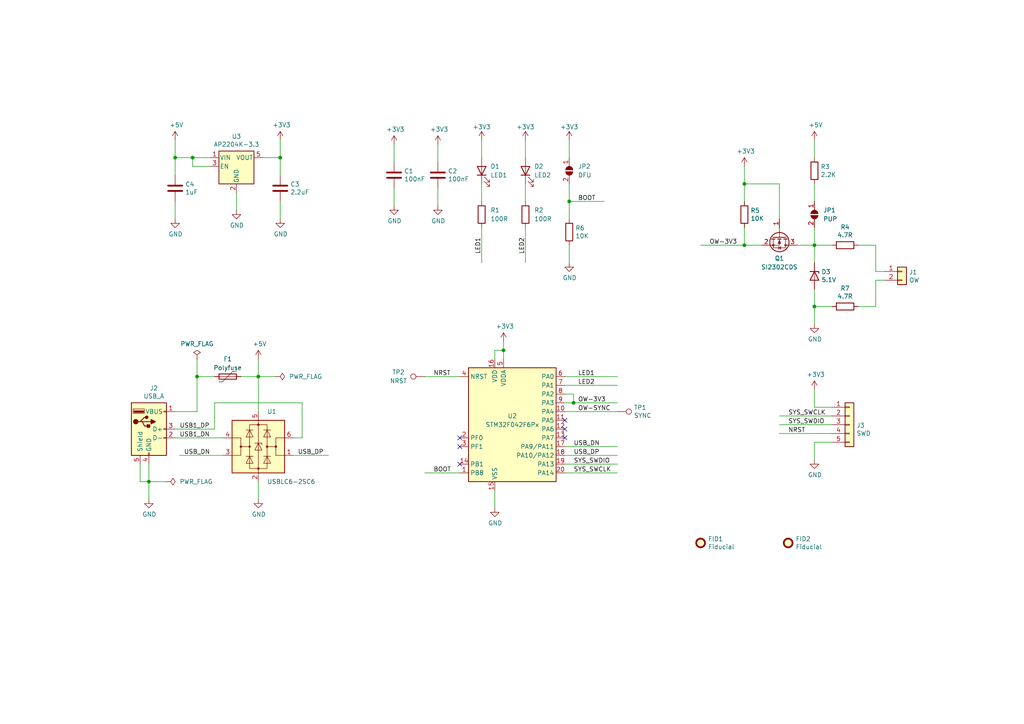
<source format=kicad_sch>
(kicad_sch (version 20210406) (generator eeschema)
  (paper "A4")
  (title_block (title "STM32 DS2480 USB Stick") (date "2019-04-09") (company "Ali Tekin"))
  (lib_symbols
    (symbol "Connector:TestPoint" (pin_numbers hide) (pin_names (offset 0.762) hide)
      (property "Reference" "TP" (at 0 6.858 0))
      (property "Value" "TestPoint" (at 0 5.08 0))
      (symbol "TestPoint_0_1"
        (circle (center 0 3.302) (radius 0.762))
      )
      (symbol "TestPoint_1_1"
        (pin passive line (at 0 0 90) (length 2.54) (name "1") (number "1"))
      )
    )
    (symbol "Connector:USB_A" (pin_names (offset 1.016))
      (property "Reference" "J" (at -5.08 11.43 0))
      (property "Value" "USB_A" (at -5.08 8.89 0))
      (symbol "USB_A_0_1"
        (circle (center -3.81 2.159) (radius 0.635) (stroke (width 0.254)) (fill (type outline)))
        (circle (center -0.635 3.429) (radius 0.381) (stroke (width 0.254)) (fill (type outline)))
        (rectangle (start -1.27 4.572) (end -4.572 5.842))
        (rectangle (start -0.127 -7.62) (end 0.127 -6.858))
        (rectangle (start 5.08 -2.667) (end 4.318 -2.413))
        (rectangle (start 5.08 -0.127) (end 4.318 0.127))
        (rectangle (start 5.08 4.953) (end 4.318 5.207))
        (rectangle (start -1.524 4.826) (end -4.318 5.334) (fill (type outline)))
        (rectangle (start 0.254 1.27) (end -0.508 0.508) (stroke (width 0.254)) (fill (type outline)))
        (rectangle (start -5.08 -7.62) (end 5.08 7.62) (stroke (width 0.254)) (fill (type background)))
        (polyline (pts (xy -3.175 2.159) (xy -2.54 2.159) (xy -1.27 3.429) (xy -0.635 3.429)) (stroke (width 0.254)))
        (polyline (pts (xy -2.54 2.159) (xy -1.905 2.159) (xy -1.27 0.889) (xy 0 0.889)) (stroke (width 0.254)))
        (polyline (pts (xy 0.635 2.794) (xy 0.635 1.524) (xy 1.905 2.159) (xy 0.635 2.794)) (stroke (width 0.254)) (fill (type outline)))
      )
      (symbol "USB_A_1_1"
        (polyline (pts (xy -1.905 2.159) (xy 0.635 2.159)) (stroke (width 0.254)))
        (pin power_in line (at 7.62 5.08 180) (length 2.54) (name "VBUS") (number "1"))
        (pin bidirectional line (at 7.62 -2.54 180) (length 2.54) (name "D-") (number "2"))
        (pin bidirectional line (at 7.62 0 180) (length 2.54) (name "D+") (number "3"))
        (pin power_in line (at 0 -10.16 90) (length 2.54) (name "GND") (number "4"))
        (pin passive line (at -2.54 -10.16 90) (length 2.54) (name "Shield") (number "5"))
      )
    )
    (symbol "Connector_Generic:Conn_01x02" (pin_names (offset 1.016) hide)
      (property "Reference" "J" (at 0 2.54 0))
      (property "Value" "Conn_01x02" (at 0 -5.08 0))
      (symbol "Conn_01x02_1_1"
        (rectangle (start -1.27 -2.413) (end 0 -2.667) (stroke (width 0.1524)))
        (rectangle (start -1.27 0.127) (end 0 -0.127) (stroke (width 0.1524)))
        (rectangle (start -1.27 1.27) (end 1.27 -3.81) (stroke (width 0.254)) (fill (type background)))
        (pin passive line (at -5.08 0 0) (length 3.81) (name "Pin_1") (number "1"))
        (pin passive line (at -5.08 -2.54 0) (length 3.81) (name "Pin_2") (number "2"))
      )
    )
    (symbol "Connector_Generic:Conn_01x05" (pin_names (offset 1.016) hide)
      (property "Reference" "J" (at 0 7.62 0))
      (property "Value" "Conn_01x05" (at 0 -7.62 0))
      (symbol "Conn_01x05_1_1"
        (rectangle (start -1.27 -4.953) (end 0 -5.207) (stroke (width 0.1524)))
        (rectangle (start -1.27 -2.413) (end 0 -2.667) (stroke (width 0.1524)))
        (rectangle (start -1.27 0.127) (end 0 -0.127) (stroke (width 0.1524)))
        (rectangle (start -1.27 2.667) (end 0 2.413) (stroke (width 0.1524)))
        (rectangle (start -1.27 5.207) (end 0 4.953) (stroke (width 0.1524)))
        (rectangle (start -1.27 6.35) (end 1.27 -6.35) (stroke (width 0.254)) (fill (type background)))
        (pin passive line (at -5.08 5.08 0) (length 3.81) (name "Pin_1") (number "1"))
        (pin passive line (at -5.08 2.54 0) (length 3.81) (name "Pin_2") (number "2"))
        (pin passive line (at -5.08 0 0) (length 3.81) (name "Pin_3") (number "3"))
        (pin passive line (at -5.08 -2.54 0) (length 3.81) (name "Pin_4") (number "4"))
        (pin passive line (at -5.08 -5.08 0) (length 3.81) (name "Pin_5") (number "5"))
      )
    )
    (symbol "Device:C" (pin_numbers hide) (pin_names (offset 0.254))
      (property "Reference" "C" (at 0.635 2.54 0))
      (property "Value" "C" (at 0.635 -2.54 0))
      (symbol "C_0_1"
        (polyline (pts (xy -2.032 -0.762) (xy 2.032 -0.762)) (stroke (width 0.508)))
        (polyline (pts (xy -2.032 0.762) (xy 2.032 0.762)) (stroke (width 0.508)))
      )
      (symbol "C_1_1"
        (pin passive line (at 0 3.81 270) (length 2.794) (name "~") (number "1"))
        (pin passive line (at 0 -3.81 90) (length 2.794) (name "~") (number "2"))
      )
    )
    (symbol "Device:D_Zener" (pin_numbers hide) (pin_names (offset 1.016) hide)
      (property "Reference" "D" (at 0 2.54 0))
      (property "Value" "D_Zener" (at 0 -2.54 0))
      (symbol "D_Zener_0_1"
        (polyline (pts (xy 1.27 0) (xy -1.27 0)))
        (polyline (pts (xy -1.27 -1.27) (xy -1.27 1.27) (xy -0.762 1.27)) (stroke (width 0.254)))
        (polyline (pts (xy 1.27 -1.27) (xy 1.27 1.27) (xy -1.27 0) (xy 1.27 -1.27)) (stroke (width 0.254)))
      )
      (symbol "D_Zener_1_1"
        (pin passive line (at -3.81 0 0) (length 2.54) (name "K") (number "1"))
        (pin passive line (at 3.81 0 180) (length 2.54) (name "A") (number "2"))
      )
    )
    (symbol "Device:LED" (pin_numbers hide) (pin_names (offset 1.016) hide)
      (property "Reference" "D" (at 0 2.54 0))
      (property "Value" "LED" (at 0 -2.54 0))
      (symbol "LED_0_1"
        (polyline (pts (xy -1.27 -1.27) (xy -1.27 1.27)) (stroke (width 0.254)))
        (polyline (pts (xy -1.27 0) (xy 1.27 0)))
        (polyline (pts (xy 1.27 -1.27) (xy 1.27 1.27) (xy -1.27 0) (xy 1.27 -1.27)) (stroke (width 0.254)))
        (polyline (pts (xy -3.048 -0.762) (xy -4.572 -2.286) (xy -3.81 -2.286) (xy -4.572 -2.286) (xy -4.572 -1.524)))
        (polyline (pts (xy -1.778 -0.762) (xy -3.302 -2.286) (xy -2.54 -2.286) (xy -3.302 -2.286) (xy -3.302 -1.524)))
      )
      (symbol "LED_1_1"
        (pin passive line (at -3.81 0 0) (length 2.54) (name "K") (number "1"))
        (pin passive line (at 3.81 0 180) (length 2.54) (name "A") (number "2"))
      )
    )
    (symbol "Device:Polyfuse" (pin_numbers hide) (pin_names (offset 0))
      (property "Reference" "F" (at -2.54 0 90))
      (property "Value" "Polyfuse" (at 2.54 0 90))
      (symbol "Polyfuse_0_1"
        (rectangle (start -0.762 2.54) (end 0.762 -2.54) (stroke (width 0.254)))
        (polyline (pts (xy 0 2.54) (xy 0 -2.54)))
        (polyline (pts (xy -1.524 2.54) (xy -1.524 1.524) (xy 1.524 -1.524) (xy 1.524 -2.54)))
      )
      (symbol "Polyfuse_1_1"
        (pin passive line (at 0 3.81 270) (length 1.27) (name "~") (number "1"))
        (pin passive line (at 0 -3.81 90) (length 1.27) (name "~") (number "2"))
      )
    )
    (symbol "Device:Q_NMOS_GSD" (pin_names (offset 0) hide)
      (property "Reference" "Q" (at 5.08 1.27 0))
      (property "Value" "Q_NMOS_GSD" (at 5.08 -1.27 0))
      (symbol "Q_NMOS_GSD_0_1"
        (circle (center 1.651 0) (radius 2.794) (stroke (width 0.254)))
        (circle (center 2.54 -1.778) (radius 0.254) (fill (type outline)))
        (circle (center 2.54 1.778) (radius 0.254) (fill (type outline)))
        (polyline (pts (xy 0.254 0) (xy -2.54 0)))
        (polyline (pts (xy 0.254 1.905) (xy 0.254 -1.905)) (stroke (width 0.254)))
        (polyline (pts (xy 0.762 -1.27) (xy 0.762 -2.286)) (stroke (width 0.254)))
        (polyline (pts (xy 0.762 0.508) (xy 0.762 -0.508)) (stroke (width 0.254)))
        (polyline (pts (xy 0.762 2.286) (xy 0.762 1.27)) (stroke (width 0.254)))
        (polyline (pts (xy 2.54 2.54) (xy 2.54 1.778)))
        (polyline (pts (xy 2.54 -2.54) (xy 2.54 0) (xy 0.762 0)))
        (polyline (pts (xy 0.762 -1.778) (xy 3.302 -1.778) (xy 3.302 1.778) (xy 0.762 1.778)))
        (polyline (pts (xy 2.794 0.508) (xy 2.921 0.381) (xy 3.683 0.381) (xy 3.81 0.254)))
        (polyline (pts (xy 3.302 0.381) (xy 2.921 -0.254) (xy 3.683 -0.254) (xy 3.302 0.381)))
        (polyline (pts (xy 1.016 0) (xy 2.032 0.381) (xy 2.032 -0.381) (xy 1.016 0)) (fill (type outline)))
      )
      (symbol "Q_NMOS_GSD_1_1"
        (pin input line (at -5.08 0 0) (length 2.54) (name "G") (number "1"))
        (pin passive line (at 2.54 -5.08 90) (length 2.54) (name "S") (number "2"))
        (pin passive line (at 2.54 5.08 270) (length 2.54) (name "D") (number "3"))
      )
    )
    (symbol "Device:R" (pin_numbers hide) (pin_names (offset 0))
      (property "Reference" "R" (at 2.032 0 90))
      (property "Value" "R" (at 0 0 90))
      (symbol "R_0_1"
        (rectangle (start -1.016 -2.54) (end 1.016 2.54) (stroke (width 0.254)))
      )
      (symbol "R_1_1"
        (pin passive line (at 0 3.81 270) (length 1.27) (name "~") (number "1"))
        (pin passive line (at 0 -3.81 90) (length 1.27) (name "~") (number "2"))
      )
    )
    (symbol "Jumper:SolderJumper_2_Open" (pin_names (offset 0) hide)
      (property "Reference" "JP" (at 0 2.032 0))
      (property "Value" "SolderJumper_2_Open" (at 0 -2.54 0))
      (symbol "SolderJumper_2_Open_0_1"
        (arc (start -0.254 1.016) (end -0.254 -1.016) (radius (at -0.254 0) (length 1.016) (angles 90.1 -90.1)))
        (arc (start 0.254 -1.016) (end 0.254 1.016) (radius (at 0.254 0) (length 1.016) (angles -89.9 89.9)))
        (arc (start -0.254 1.016) (end -0.254 -1.016) (radius (at -0.254 0) (length 1.016) (angles 90.1 -90.1)) (fill (type outline)))
        (arc (start 0.254 -1.016) (end 0.254 1.016) (radius (at 0.254 0) (length 1.016) (angles -89.9 89.9)) (fill (type outline)))
        (polyline (pts (xy -0.254 1.016) (xy -0.254 -1.016)))
        (polyline (pts (xy 0.254 1.016) (xy 0.254 -1.016)))
      )
      (symbol "SolderJumper_2_Open_1_1"
        (pin passive line (at -3.81 0 0) (length 2.54) (name "A") (number "1"))
        (pin passive line (at 3.81 0 180) (length 2.54) (name "B") (number "2"))
      )
    )
    (symbol "MCU_ST_STM32F0:STM32F042F6Px"
      (property "Reference" "U" (at -12.7 16.51 0))
      (property "Value" "STM32F042F6Px" (at 0 16.51 0))
      (symbol "STM32F042F6Px_0_1"
        (rectangle (start -12.7 -17.78) (end 12.7 15.24) (stroke (width 0.254)) (fill (type background)))
      )
      (symbol "STM32F042F6Px_1_1"
        (pin bidirectional line (at -15.24 -15.24 0) (length 2.54) (name "PB8") (number "1"))
        (pin bidirectional line (at 15.24 2.54 180) (length 2.54) (name "PA4") (number "10"))
        (pin bidirectional line (at 15.24 0 180) (length 2.54) (name "PA5") (number "11"))
        (pin bidirectional line (at 15.24 -2.54 180) (length 2.54) (name "PA6") (number "12"))
        (pin bidirectional line (at 15.24 -5.08 180) (length 2.54) (name "PA7") (number "13"))
        (pin bidirectional line (at -15.24 -12.7 0) (length 2.54) (name "PB1") (number "14"))
        (pin power_in line (at -5.08 -20.32 90) (length 2.54) (name "VSS") (number "15"))
        (pin power_in line (at -5.08 17.78 270) (length 2.54) (name "VDD") (number "16"))
        (pin bidirectional line (at 15.24 -7.62 180) (length 2.54) (name "PA9/PA11") (number "17"))
        (pin bidirectional line (at 15.24 -10.16 180) (length 2.54) (name "PA10/PA12") (number "18"))
        (pin bidirectional line (at 15.24 -12.7 180) (length 2.54) (name "PA13") (number "19"))
        (pin input line (at -15.24 -5.08 0) (length 2.54) (name "PF0") (number "2"))
        (pin bidirectional line (at 15.24 -15.24 180) (length 2.54) (name "PA14") (number "20"))
        (pin input line (at -15.24 -7.62 0) (length 2.54) (name "PF1") (number "3"))
        (pin input line (at -15.24 12.7 0) (length 2.54) (name "NRST") (number "4"))
        (pin power_in line (at -2.54 17.78 270) (length 2.54) (name "VDDA") (number "5"))
        (pin bidirectional line (at 15.24 12.7 180) (length 2.54) (name "PA0") (number "6"))
        (pin bidirectional line (at 15.24 10.16 180) (length 2.54) (name "PA1") (number "7"))
        (pin bidirectional line (at 15.24 7.62 180) (length 2.54) (name "PA2") (number "8"))
        (pin bidirectional line (at 15.24 5.08 180) (length 2.54) (name "PA3") (number "9"))
      )
    )
    (symbol "Mechanical:Fiducial"
      (property "Reference" "FID" (at 0 5.08 0))
      (property "Value" "Fiducial" (at 0 3.175 0))
      (symbol "Fiducial_0_1"
        (circle (center 0 0) (radius 1.27) (stroke (width 0.508)) (fill (type background)))
      )
    )
    (symbol "Power_Protection:USBLC6-2SC6" (pin_names hide)
      (property "Reference" "U" (at 2.54 8.89 0))
      (property "Value" "USBLC6-2SC6" (at 2.54 -8.89 0))
      (symbol "USBLC6-2SC6_0_1"
        (circle (center -5.08 0) (radius 0.254) (fill (type outline)))
        (circle (center -2.54 0) (radius 0.254) (fill (type outline)))
        (circle (center 0 -6.35) (radius 0.254) (fill (type outline)))
        (circle (center 0 6.35) (radius 0.254) (fill (type outline)))
        (circle (center 2.54 0) (radius 0.254) (fill (type outline)))
        (circle (center 5.08 0) (radius 0.254) (fill (type outline)))
        (rectangle (start -2.54 6.35) (end 2.54 -6.35))
        (rectangle (start -7.62 -7.62) (end 7.62 7.62) (stroke (width 0.254)) (fill (type background)))
        (polyline (pts (xy -5.08 -2.54) (xy -7.62 -2.54)))
        (polyline (pts (xy -5.08 0) (xy -5.08 -2.54)))
        (polyline (pts (xy -5.08 2.54) (xy -7.62 2.54)))
        (polyline (pts (xy -1.524 -2.794) (xy -3.556 -2.794)))
        (polyline (pts (xy -1.524 4.826) (xy -3.556 4.826)))
        (polyline (pts (xy 0 -7.62) (xy 0 -6.35)))
        (polyline (pts (xy 0 -6.35) (xy 0 1.27)))
        (polyline (pts (xy 0 1.27) (xy 0 6.35)))
        (polyline (pts (xy 0 6.35) (xy 0 7.62)))
        (polyline (pts (xy 1.524 -2.794) (xy 3.556 -2.794)))
        (polyline (pts (xy 1.524 4.826) (xy 3.556 4.826)))
        (polyline (pts (xy 5.08 -2.54) (xy 7.62 -2.54)))
        (polyline (pts (xy 5.08 0) (xy 5.08 -2.54)))
        (polyline (pts (xy 5.08 2.54) (xy 7.62 2.54)))
        (polyline (pts (xy -2.54 0) (xy -5.08 0) (xy -5.08 2.54)))
        (polyline (pts (xy 2.54 0) (xy 5.08 0) (xy 5.08 2.54)))
        (polyline (pts (xy -3.556 -4.826) (xy -1.524 -4.826) (xy -2.54 -2.794) (xy -3.556 -4.826)))
        (polyline (pts (xy -3.556 2.794) (xy -1.524 2.794) (xy -2.54 4.826) (xy -3.556 2.794)))
        (polyline (pts (xy -1.016 -1.016) (xy 1.016 -1.016) (xy 0 1.016) (xy -1.016 -1.016)))
        (polyline (pts (xy 1.016 1.016) (xy 0.762 1.016) (xy -1.016 1.016) (xy -1.016 0.508)))
        (polyline (pts (xy 3.556 -4.826) (xy 1.524 -4.826) (xy 2.54 -2.794) (xy 3.556 -4.826)))
        (polyline (pts (xy 3.556 2.794) (xy 1.524 2.794) (xy 2.54 4.826) (xy 3.556 2.794)))
      )
      (symbol "USBLC6-2SC6_1_1"
        (pin passive line (at -10.16 -2.54 0) (length 2.54) (name "I/O1") (number "1"))
        (pin passive line (at 0 -10.16 90) (length 2.54) (name "GND") (number "2"))
        (pin passive line (at 10.16 -2.54 180) (length 2.54) (name "I/O2") (number "3"))
        (pin passive line (at 10.16 2.54 180) (length 2.54) (name "I/O2") (number "4"))
        (pin passive line (at 0 10.16 270) (length 2.54) (name "VBUS") (number "5"))
        (pin passive line (at -10.16 2.54 0) (length 2.54) (name "I/O1") (number "6"))
      )
    )
    (symbol "Regulator_Linear:AP2204K-3.3" (pin_names (offset 0.254))
      (property "Reference" "U" (at -5.08 5.715 0))
      (property "Value" "AP2204K-3.3" (at 0 5.715 0))
      (symbol "AP2204K-3.3_0_1"
        (rectangle (start -5.08 4.445) (end 5.08 -5.08) (stroke (width 0.254)) (fill (type background)))
      )
      (symbol "AP2204K-3.3_1_1"
        (pin power_in line (at -7.62 2.54 0) (length 2.54) (name "VIN") (number "1"))
        (pin power_in line (at 0 -7.62 90) (length 2.54) (name "GND") (number "2"))
        (pin input line (at -7.62 0 0) (length 2.54) (name "EN") (number "3"))
        (pin no_connect line (at 5.08 0 180) (length 2.54) hide (name "NC") (number "4"))
        (pin power_out line (at 7.62 2.54 180) (length 2.54) (name "VOUT") (number "5"))
      )
    )
    (symbol "power:+3.3V" (power) (pin_names (offset 0))
      (property "Value" "+3.3V" (at 0 3.556 0))
      (symbol "+3.3V_0_1"
        (polyline (pts (xy -0.762 1.27) (xy 0 2.54)))
        (polyline (pts (xy 0 0) (xy 0 2.54)))
        (polyline (pts (xy 0 2.54) (xy 0.762 1.27)))
      )
      (symbol "+3.3V_1_1"
        (pin power_in line (at 0 0 90) (length 0) hide (name "+3V3") (number "1"))
      )
    )
    (symbol "power:+3V3" (power) (pin_names (offset 0))
      (property "Value" "+3V3" (at 0 3.556 0))
      (symbol "+3V3_0_1"
        (polyline (pts (xy -0.762 1.27) (xy 0 2.54)))
        (polyline (pts (xy 0 0) (xy 0 2.54)))
        (polyline (pts (xy 0 2.54) (xy 0.762 1.27)))
      )
      (symbol "+3V3_1_1"
        (pin power_in line (at 0 0 90) (length 0) hide (name "+3V3") (number "1"))
      )
    )
    (symbol "power:+5V" (power) (pin_names (offset 0))
      (property "Value" "+5V" (at 0 3.556 0))
      (symbol "+5V_0_1"
        (polyline (pts (xy -0.762 1.27) (xy 0 2.54)))
        (polyline (pts (xy 0 0) (xy 0 2.54)))
        (polyline (pts (xy 0 2.54) (xy 0.762 1.27)))
      )
      (symbol "+5V_1_1"
        (pin power_in line (at 0 0 90) (length 0) hide (name "+5V") (number "1"))
      )
    )
    (symbol "power:GND" (power) (pin_names (offset 0))
      (property "Value" "GND" (at 0 -3.81 0))
      (symbol "GND_0_1"
        (polyline (pts (xy 0 0) (xy 0 -1.27) (xy 1.27 -1.27) (xy 0 -2.54) (xy -1.27 -1.27) (xy 0 -1.27)))
      )
      (symbol "GND_1_1"
        (pin power_in line (at 0 0 270) (length 0) hide (name "GND") (number "1"))
      )
    )
    (symbol "power:PWR_FLAG" (power) (pin_numbers hide) (pin_names (offset 0) hide)
      (property "Value" "PWR_FLAG" (at 0 3.81 0))
      (symbol "PWR_FLAG_0_0"
        (pin power_out line (at 0 0 90) (length 0) (name "pwr") (number "1"))
      )
      (symbol "PWR_FLAG_0_1"
        (polyline (pts (xy 0 0) (xy 0 1.27) (xy -1.016 1.905) (xy 0 2.54) (xy 1.016 1.905) (xy 0 1.27)))
      )
    )
  )
  (junction (at 43.18 139.7) (diameter 0.9144))
  (junction (at 50.8 45.72) (diameter 0.9144))
  (junction (at 55.88 45.72) (diameter 0.9144))
  (junction (at 57.15 109.22) (diameter 0.9144))
  (junction (at 74.93 109.22) (diameter 0.9144))
  (junction (at 81.28 45.72) (diameter 0.9144))
  (junction (at 146.05 101.6) (diameter 0.9144))
  (junction (at 165.1 58.42) (diameter 0.9144))
  (junction (at 166.37 116.84) (diameter 0.9144))
  (junction (at 215.9 53.34) (diameter 0.9144))
  (junction (at 215.9 71.12) (diameter 0.9144))
  (junction (at 236.22 71.12) (diameter 0.9144))
  (junction (at 236.22 88.9) (diameter 0.9144))
  (no_connect (at 133.35 127))
  (no_connect (at 133.35 129.54))
  (no_connect (at 133.35 134.62))
  (no_connect (at 163.83 121.92))
  (no_connect (at 163.83 124.46))
  (no_connect (at 163.83 127))
  (wire (pts (xy 40.64 139.7) (xy 40.64 134.62)))
  (wire (pts (xy 43.18 134.62) (xy 43.18 139.7)))
  (wire (pts (xy 43.18 139.7) (xy 40.64 139.7)))
  (wire (pts (xy 43.18 139.7) (xy 43.18 144.78)))
  (wire (pts (xy 48.26 139.7) (xy 43.18 139.7)))
  (wire (pts (xy 50.8 45.72) (xy 50.8 40.64)))
  (wire (pts (xy 50.8 50.8) (xy 50.8 45.72)))
  (wire (pts (xy 50.8 58.42) (xy 50.8 63.5)))
  (wire (pts (xy 50.8 119.38) (xy 57.15 119.38)))
  (wire (pts (xy 50.8 124.46) (xy 62.23 124.46)))
  (wire (pts (xy 50.8 127) (xy 64.77 127)))
  (wire (pts (xy 52.07 132.08) (xy 64.77 132.08)))
  (wire (pts (xy 55.88 45.72) (xy 50.8 45.72)))
  (wire (pts (xy 55.88 45.72) (xy 55.88 48.26)))
  (wire (pts (xy 55.88 48.26) (xy 60.96 48.26)))
  (wire (pts (xy 57.15 109.22) (xy 57.15 104.14)))
  (wire (pts (xy 57.15 109.22) (xy 62.23 109.22)))
  (wire (pts (xy 57.15 119.38) (xy 57.15 109.22)))
  (wire (pts (xy 60.96 45.72) (xy 55.88 45.72)))
  (wire (pts (xy 62.23 116.84) (xy 87.63 116.84)))
  (wire (pts (xy 62.23 124.46) (xy 62.23 116.84)))
  (wire (pts (xy 68.58 55.88) (xy 68.58 60.96)))
  (wire (pts (xy 69.85 109.22) (xy 74.93 109.22)))
  (wire (pts (xy 74.93 104.14) (xy 74.93 109.22)))
  (wire (pts (xy 74.93 109.22) (xy 74.93 119.38)))
  (wire (pts (xy 74.93 139.7) (xy 74.93 144.78)))
  (wire (pts (xy 80.01 109.22) (xy 74.93 109.22)))
  (wire (pts (xy 81.28 45.72) (xy 76.2 45.72)))
  (wire (pts (xy 81.28 45.72) (xy 81.28 40.64)))
  (wire (pts (xy 81.28 50.8) (xy 81.28 45.72)))
  (wire (pts (xy 81.28 58.42) (xy 81.28 63.5)))
  (wire (pts (xy 85.09 127) (xy 87.63 127)))
  (wire (pts (xy 87.63 116.84) (xy 87.63 127)))
  (wire (pts (xy 95.25 132.08) (xy 85.09 132.08)))
  (wire (pts (xy 114.3 41.91) (xy 114.3 46.99)))
  (wire (pts (xy 114.3 54.61) (xy 114.3 59.69)))
  (wire (pts (xy 127 41.91) (xy 127 46.99)))
  (wire (pts (xy 127 54.61) (xy 127 59.69)))
  (wire (pts (xy 133.35 109.22) (xy 123.19 109.22)))
  (wire (pts (xy 133.35 137.16) (xy 123.19 137.16)))
  (wire (pts (xy 139.7 45.72) (xy 139.7 40.64)))
  (wire (pts (xy 139.7 58.42) (xy 139.7 53.34)))
  (wire (pts (xy 139.7 66.04) (xy 139.7 76.2)))
  (wire (pts (xy 143.51 101.6) (xy 146.05 101.6)))
  (wire (pts (xy 143.51 104.14) (xy 143.51 101.6)))
  (wire (pts (xy 143.51 142.24) (xy 143.51 147.32)))
  (wire (pts (xy 146.05 101.6) (xy 146.05 99.06)))
  (wire (pts (xy 146.05 101.6) (xy 146.05 104.14)))
  (wire (pts (xy 152.4 45.72) (xy 152.4 40.64)))
  (wire (pts (xy 152.4 58.42) (xy 152.4 53.34)))
  (wire (pts (xy 152.4 66.04) (xy 152.4 76.2)))
  (wire (pts (xy 163.83 109.22) (xy 179.07 109.22)))
  (wire (pts (xy 163.83 111.76) (xy 179.07 111.76)))
  (wire (pts (xy 163.83 114.3) (xy 166.37 114.3)))
  (wire (pts (xy 163.83 116.84) (xy 166.37 116.84)))
  (wire (pts (xy 163.83 119.38) (xy 179.07 119.38)))
  (wire (pts (xy 163.83 129.54) (xy 179.07 129.54)))
  (wire (pts (xy 163.83 132.08) (xy 179.07 132.08)))
  (wire (pts (xy 163.83 134.62) (xy 179.07 134.62)))
  (wire (pts (xy 163.83 137.16) (xy 179.07 137.16)))
  (wire (pts (xy 165.1 45.72) (xy 165.1 40.64)))
  (wire (pts (xy 165.1 53.34) (xy 165.1 58.42)))
  (wire (pts (xy 165.1 58.42) (xy 165.1 63.5)))
  (wire (pts (xy 165.1 71.12) (xy 165.1 76.2)))
  (wire (pts (xy 166.37 114.3) (xy 166.37 116.84)))
  (wire (pts (xy 166.37 116.84) (xy 179.07 116.84)))
  (wire (pts (xy 175.26 58.42) (xy 165.1 58.42)))
  (wire (pts (xy 215.9 53.34) (xy 215.9 48.26)))
  (wire (pts (xy 215.9 53.34) (xy 215.9 58.42)))
  (wire (pts (xy 215.9 71.12) (xy 203.2 71.12)))
  (wire (pts (xy 215.9 71.12) (xy 215.9 66.04)))
  (wire (pts (xy 220.98 71.12) (xy 215.9 71.12)))
  (wire (pts (xy 226.06 53.34) (xy 215.9 53.34)))
  (wire (pts (xy 226.06 63.5) (xy 226.06 53.34)))
  (wire (pts (xy 231.14 71.12) (xy 236.22 71.12)))
  (wire (pts (xy 236.22 45.72) (xy 236.22 40.64)))
  (wire (pts (xy 236.22 53.34) (xy 236.22 58.42)))
  (wire (pts (xy 236.22 66.04) (xy 236.22 71.12)))
  (wire (pts (xy 236.22 71.12) (xy 236.22 76.2)))
  (wire (pts (xy 236.22 83.82) (xy 236.22 88.9)))
  (wire (pts (xy 236.22 88.9) (xy 236.22 93.98)))
  (wire (pts (xy 236.22 118.11) (xy 236.22 113.03)))
  (wire (pts (xy 236.22 128.27) (xy 236.22 133.35)))
  (wire (pts (xy 241.3 71.12) (xy 236.22 71.12)))
  (wire (pts (xy 241.3 88.9) (xy 236.22 88.9)))
  (wire (pts (xy 241.3 118.11) (xy 236.22 118.11)))
  (wire (pts (xy 241.3 120.65) (xy 226.06 120.65)))
  (wire (pts (xy 241.3 123.19) (xy 226.06 123.19)))
  (wire (pts (xy 241.3 125.73) (xy 226.06 125.73)))
  (wire (pts (xy 241.3 128.27) (xy 236.22 128.27)))
  (wire (pts (xy 254 71.12) (xy 248.92 71.12)))
  (wire (pts (xy 254 78.74) (xy 254 71.12)))
  (wire (pts (xy 254 78.74) (xy 256.54 78.74)))
  (wire (pts (xy 254 81.28) (xy 254 88.9)))
  (wire (pts (xy 254 81.28) (xy 256.54 81.28)))
  (wire (pts (xy 254 88.9) (xy 248.92 88.9)))
  (label "USB1_DP" (at 52.07 124.46 0))
  (label "USB1_DN" (at 52.07 127 0))
  (label "USB_DN" (at 53.34 132.08 0))
  (label "USB_DP" (at 86.36 132.08 0))
  (label "NRST" (at 125.73 109.22 0))
  (label "BOOT" (at 125.73 137.16 0))
  (label "LED1" (at 139.7 73.66 90))
  (label "LED2" (at 152.4 73.66 90))
  (label "USB_DN" (at 166.37 129.54 0))
  (label "USB_DP" (at 166.37 132.08 0))
  (label "SYS_SWDIO" (at 166.37 134.62 0))
  (label "SYS_SWCLK" (at 166.37 137.16 0))
  (label "BOOT" (at 167.64 58.42 0))
  (label "LED1" (at 167.64 109.22 0))
  (label "LED2" (at 167.64 111.76 0))
  (label "OW-3V3" (at 167.64 116.84 0))
  (label "OW-SYNC" (at 167.64 119.38 0))
  (label "OW-3V3" (at 205.74 71.12 0))
  (label "SYS_SWCLK" (at 228.6 120.65 0))
  (label "SYS_SWDIO" (at 228.6 123.19 0))
  (label "NRST" (at 228.6 125.73 0))
  (symbol (lib_id "power:+5V") (at 50.8 40.64 0) (unit 1)
    (property "Reference" "#PWR01" (effects hide))
    (property "Value" "+5V" (at 51.181 36.2458 0))
  )
  (symbol (lib_id "power:+5V") (at 74.93 104.14 0) (unit 1)
    (property "Reference" "#PWR05" (effects hide))
    (property "Value" "+5V" (at 75.311 99.7458 0))
  )
  (symbol (lib_id "power:+3V3") (at 81.28 40.64 0) (unit 1)
    (property "Reference" "#PWR07" (effects hide))
    (property "Value" "+3V3" (at 81.661 36.2458 0))
  )
  (symbol (lib_id "power:+3V3") (at 114.3 41.91 0) (unit 1)
    (property "Reference" "#PWR09" (effects hide))
    (property "Value" "+3V3" (at 114.681 37.5158 0))
  )
  (symbol (lib_id "power:+3V3") (at 127 41.91 0) (unit 1)
    (property "Reference" "#PWR016" (effects hide))
    (property "Value" "+3V3" (at 127.381 37.5158 0))
  )
  (symbol (lib_id "power:+3V3") (at 139.7 40.64 0) (unit 1)
    (property "Reference" "#PWR015" (effects hide))
    (property "Value" "+3V3" (at 139.7 36.83 0))
  )
  (symbol (lib_id "power:+3V3") (at 146.05 99.06 0) (unit 1)
    (property "Reference" "#PWR014" (effects hide))
    (property "Value" "+3V3" (at 146.431 94.6658 0))
  )
  (symbol (lib_id "power:+3V3") (at 152.4 40.64 0) (unit 1)
    (property "Reference" "#PWR023" (effects hide))
    (property "Value" "+3V3" (at 152.4 36.83 0))
  )
  (symbol (lib_id "power:+3V3") (at 165.1 40.64 0) (unit 1)
    (property "Reference" "#PWR0101" (effects hide))
    (property "Value" "+3V3" (at 165.1 36.83 0))
  )
  (symbol (lib_id "power:+3V3") (at 215.9 48.26 0) (unit 1)
    (property "Reference" "#PWR019" (effects hide))
    (property "Value" "+3V3" (at 216.281 43.8658 0))
  )
  (symbol (lib_id "power:+5V") (at 236.22 40.64 0) (unit 1)
    (property "Reference" "#PWR021" (effects hide))
    (property "Value" "+5V" (at 236.601 36.2458 0))
  )
  (symbol (lib_id "power:+3.3V") (at 236.22 113.03 0) (unit 1)
    (property "Reference" "#PWR017" (effects hide))
    (property "Value" "+3.3V" (at 236.601 108.6358 0))
  )
  (symbol (lib_id "power:PWR_FLAG") (at 48.26 139.7 270) (unit 1)
    (property "Reference" "#FLG0101" (effects hide))
    (property "Value" "PWR_FLAG" (at 52.07 139.7 90) (effects (justify left)))
  )
  (symbol (lib_id "power:PWR_FLAG") (at 57.15 104.14 0) (unit 1)
    (property "Reference" "#FLG02" (effects hide))
    (property "Value" "PWR_FLAG" (at 57.15 99.7458 0))
  )
  (symbol (lib_id "power:PWR_FLAG") (at 80.01 109.22 270) (unit 1)
    (property "Reference" "#FLG01" (effects hide))
    (property "Value" "PWR_FLAG" (at 83.82 109.22 90) (effects (justify left)))
  )
  (symbol (lib_id "Connector:TestPoint") (at 123.19 109.22 90) (unit 1)
    (property "Reference" "TP2" (at 115.57 107.95 90))
    (property "Value" "NRST" (at 115.57 110.49 90))
    (property "Footprint" "TestPoint:TestPoint_Pad_D1.0mm" (effects hide))
  )
  (symbol (lib_id "Connector:TestPoint") (at 179.07 119.38 270) (unit 1)
    (property "Reference" "TP1" (at 183.8452 118.2116 90) (effects (justify left)))
    (property "Value" "SYNC" (at 183.8452 120.523 90) (effects (justify left)))
    (property "Footprint" "TestPoint:TestPoint_Pad_D1.0mm" (effects hide))
  )
  (symbol (lib_id "power:GND") (at 43.18 144.78 0) (unit 1)
    (property "Reference" "#PWR03" (effects hide))
    (property "Value" "GND" (at 43.307 149.1742 0))
  )
  (symbol (lib_id "power:GND") (at 50.8 63.5 0) (unit 1)
    (property "Reference" "#PWR02" (effects hide))
    (property "Value" "GND" (at 50.927 67.8942 0))
  )
  (symbol (lib_id "power:GND") (at 68.58 60.96 0) (unit 1)
    (property "Reference" "#PWR04" (effects hide))
    (property "Value" "GND" (at 68.707 65.3542 0))
  )
  (symbol (lib_id "power:GND") (at 74.93 144.78 0) (unit 1)
    (property "Reference" "#PWR06" (effects hide))
    (property "Value" "GND" (at 75.057 149.1742 0))
  )
  (symbol (lib_id "power:GND") (at 81.28 63.5 0) (unit 1)
    (property "Reference" "#PWR08" (effects hide))
    (property "Value" "GND" (at 81.407 67.8942 0))
  )
  (symbol (lib_id "power:GND") (at 114.3 59.69 0) (unit 1)
    (property "Reference" "#PWR010" (effects hide))
    (property "Value" "GND" (at 114.427 64.0842 0))
  )
  (symbol (lib_id "power:GND") (at 127 59.69 0) (unit 1)
    (property "Reference" "#PWR022" (effects hide))
    (property "Value" "GND" (at 127.127 64.0842 0))
  )
  (symbol (lib_id "power:GND") (at 143.51 147.32 0) (unit 1)
    (property "Reference" "#PWR013" (effects hide))
    (property "Value" "GND" (at 143.637 151.7142 0))
  )
  (symbol (lib_id "power:GND") (at 165.1 76.2 0) (unit 1)
    (property "Reference" "#PWR012" (effects hide))
    (property "Value" "GND" (at 165.227 80.5942 0))
  )
  (symbol (lib_id "power:GND") (at 236.22 93.98 0) (unit 1)
    (property "Reference" "#PWR020" (effects hide))
    (property "Value" "GND" (at 236.347 98.3742 0))
  )
  (symbol (lib_id "power:GND") (at 236.22 133.35 0) (unit 1)
    (property "Reference" "#PWR018" (effects hide))
    (property "Value" "GND" (at 236.347 137.7442 0))
  )
  (symbol (lib_id "Mechanical:Fiducial") (at 203.2 157.48 0) (unit 1)
    (property "Reference" "FID1" (at 205.359 156.3116 0) (effects (justify left)))
    (property "Value" "Fiducial" (at 205.359 158.623 0) (effects (justify left)))
    (property "Footprint" "Fiducial:Fiducial_0.5mm_Mask1.5mm" (effects hide))
  )
  (symbol (lib_id "Mechanical:Fiducial") (at 228.6 157.48 0) (unit 1)
    (property "Reference" "FID2" (at 230.759 156.3116 0) (effects (justify left)))
    (property "Value" "Fiducial" (at 230.759 158.623 0) (effects (justify left)))
    (property "Footprint" "Fiducial:Fiducial_0.5mm_Mask1.5mm" (effects hide))
  )
  (symbol (lib_id "Jumper:SolderJumper_2_Open") (at 165.1 49.53 270) (unit 1)
    (property "Reference" "JP2" (at 167.64 48.26 90) (effects (justify left)))
    (property "Value" "DFU" (at 167.64 50.8 90) (effects (justify left)))
    (property "Footprint" "Jumper:SolderJumper-2_P1.3mm_Open_RoundedPad1.0x1.5mm" (effects hide))
  )
  (symbol (lib_id "Jumper:SolderJumper_2_Open") (at 236.22 62.23 270) (unit 1)
    (property "Reference" "JP1" (at 238.76 60.96 90) (effects (justify left)))
    (property "Value" "PUP" (at 238.76 63.5 90) (effects (justify left)))
    (property "Footprint" "Jumper:SolderJumper-2_P1.3mm_Open_RoundedPad1.0x1.5mm" (effects hide))
  )
  (symbol (lib_id "Device:R") (at 139.7 62.23 0) (unit 1)
    (property "Reference" "R1" (at 142.24 60.96 0) (effects (justify left)))
    (property "Value" "100R" (at 142.24 63.5 0) (effects (justify left)))
    (property "Footprint" "Resistor_SMD:R_0603_1608Metric" (effects hide))
    (property "Brand" "ROYALOHM" (effects hide))
    (property "Part Number" "0603SAJ0101T5E" (effects hide))
  )
  (symbol (lib_id "Device:R") (at 152.4 62.23 0) (unit 1)
    (property "Reference" "R2" (at 154.94 60.96 0) (effects (justify left)))
    (property "Value" "100R" (at 154.94 63.5 0) (effects (justify left)))
    (property "Footprint" "Resistor_SMD:R_0603_1608Metric" (effects hide))
    (property "Brand" "ROYALOHM" (effects hide))
    (property "Part Number" "0603SAJ0101T5E" (effects hide))
  )
  (symbol (lib_id "Device:R") (at 165.1 67.31 0) (unit 1)
    (property "Reference" "R6" (at 166.878 66.1416 0) (effects (justify left)))
    (property "Value" "10K" (at 166.878 68.453 0) (effects (justify left)))
    (property "Footprint" "Resistor_SMD:R_0603_1608Metric" (effects hide))
    (property "Brand" "ROYALOHM" (effects hide))
    (property "Part Number" "0603SAJ0103T5E" (effects hide))
  )
  (symbol (lib_id "Device:R") (at 215.9 62.23 0) (unit 1)
    (property "Reference" "R5" (at 217.678 61.0616 0) (effects (justify left)))
    (property "Value" "10K" (at 217.678 63.373 0) (effects (justify left)))
    (property "Footprint" "Resistor_SMD:R_0603_1608Metric" (effects hide))
    (property "Brand" "ROYALOHM" (effects hide))
    (property "Part Number" "0603SAJ0103T5E" (effects hide))
  )
  (symbol (lib_id "Device:R") (at 236.22 49.53 0) (unit 1)
    (property "Reference" "R3" (at 237.998 48.3616 0) (effects (justify left)))
    (property "Value" "2.2K" (at 237.998 50.673 0) (effects (justify left)))
    (property "Footprint" "Resistor_SMD:R_0805_2012Metric" (effects hide))
    (property "Brand" "ROYALOHM" (effects hide))
    (property "Part Number" "0805S8J0222T5E" (effects hide))
  )
  (symbol (lib_id "Device:R") (at 245.11 71.12 270) (unit 1)
    (property "Reference" "R4" (at 245.11 65.8622 90))
    (property "Value" "4.7R" (at 245.11 68.1736 90))
    (property "Footprint" "Resistor_SMD:R_0805_2012Metric" (effects hide))
    (property "Brand" "ROYALOHM" (effects hide))
    (property "Part Number" "0805S8J047JT5E" (effects hide))
  )
  (symbol (lib_id "Device:R") (at 245.11 88.9 270) (unit 1)
    (property "Reference" "R7" (at 245.11 83.6422 90))
    (property "Value" "4.7R" (at 245.11 85.9536 90))
    (property "Footprint" "Resistor_SMD:R_0805_2012Metric" (effects hide))
    (property "Brand" "ROYALOHM" (effects hide))
    (property "Part Number" "0805S8J047JT5E" (effects hide))
  )
  (symbol (lib_id "Device:D_Zener") (at 236.22 80.01 270) (unit 1)
    (property "Reference" "D3" (at 238.2266 78.8416 90) (effects (justify left)))
    (property "Value" "5.1V" (at 238.2266 81.153 90) (effects (justify left)))
    (property "Footprint" "Diode_SMD:D_SOT-23_ANK" (effects hide))
    (property "Brand" "HOTTECH" (effects hide))
    (property "Part Number" "BZX84C5V1-HT" (effects hide))
  )
  (symbol (lib_id "Device:Polyfuse") (at 66.04 109.22 270) (unit 1)
    (property "Reference" "F1" (at 66.04 104.14 90))
    (property "Value" "Polyfuse" (at 66.04 106.68 90))
    (property "Footprint" "Fuse:Fuse_0805_2012Metric" (effects hide))
    (property "Brand" "BOURNS" (effects hide))
    (property "Part Number" "MF-PSMF010X-2" (effects hide))
  )
  (symbol (lib_id "Device:LED") (at 139.7 49.53 90) (unit 1)
    (property "Reference" "D1" (at 142.24 48.26 90) (effects (justify right)))
    (property "Value" "LED1" (at 142.24 50.8 90) (effects (justify right)))
    (property "Footprint" "LED_SMD:LED_0603_1608Metric" (effects hide))
    (property "Brand" "LITEON" (effects hide))
    (property "Part Number" "LTST-C190KGKT" (effects hide))
  )
  (symbol (lib_id "Device:LED") (at 152.4 49.53 90) (unit 1)
    (property "Reference" "D2" (at 154.94 48.26 90) (effects (justify right)))
    (property "Value" "LED2" (at 154.94 50.8 90) (effects (justify right)))
    (property "Footprint" "LED_SMD:LED_0603_1608Metric" (effects hide))
    (property "Brand" "LITEON" (effects hide))
    (property "Part Number" "LTST-C191KRKT" (effects hide))
  )
  (symbol (lib_id "Connector_Generic:Conn_01x02") (at 261.62 78.74 0) (unit 1)
    (property "Reference" "J1" (at 263.652 78.9432 0) (effects (justify left)))
    (property "Value" "OW" (at 263.652 81.2546 0) (effects (justify left)))
    (property "Footprint" "Connector_PinHeader_2.54mm:PinHeader_1x02_P2.54mm_Vertical" (effects hide))
  )
  (symbol (lib_id "Device:C") (at 50.8 54.61 0) (unit 1)
    (property "Reference" "C4" (at 53.721 53.4416 0) (effects (justify left)))
    (property "Value" "1uF" (at 53.721 55.753 0) (effects (justify left)))
    (property "Footprint" "Capacitor_SMD:C_0603_1608Metric" (effects hide))
    (property "Brand" "SAMSUNG" (effects hide))
    (property "Part Number" "CL10A105KO8NNNC" (effects hide))
  )
  (symbol (lib_id "Device:C") (at 81.28 54.61 0) (unit 1)
    (property "Reference" "C3" (at 84.201 53.4416 0) (effects (justify left)))
    (property "Value" "2.2uF" (at 84.201 55.753 0) (effects (justify left)))
    (property "Footprint" "Capacitor_SMD:C_0603_1608Metric" (effects hide))
    (property "Brand" "SAMSUNG" (effects hide))
    (property "Part Number" "CL10A225KO8NNNC" (effects hide))
  )
  (symbol (lib_id "Device:C") (at 114.3 50.8 0) (unit 1)
    (property "Reference" "C1" (at 117.221 49.6316 0) (effects (justify left)))
    (property "Value" "100nF" (at 117.221 51.943 0) (effects (justify left)))
    (property "Footprint" "Capacitor_SMD:C_0603_1608Metric" (effects hide))
    (property "Brand" "SAMSUNG" (effects hide))
    (property "Part Number" "CL10B104KB8NNNC" (effects hide))
  )
  (symbol (lib_id "Device:C") (at 127 50.8 0) (unit 1)
    (property "Reference" "C2" (at 129.921 49.6316 0) (effects (justify left)))
    (property "Value" "100nF" (at 129.921 51.943 0) (effects (justify left)))
    (property "Footprint" "Capacitor_SMD:C_0603_1608Metric" (effects hide))
    (property "Brand" "SAMSUNG" (effects hide))
    (property "Part Number" "CL10B104KB8NNNC" (effects hide))
  )
  (symbol (lib_id "Connector_Generic:Conn_01x05") (at 246.38 123.19 0) (unit 1)
    (property "Reference" "J3" (at 248.412 123.3932 0) (effects (justify left)))
    (property "Value" "SWD" (at 248.412 125.7046 0) (effects (justify left)))
    (property "Footprint" "Connector_PinHeader_1.27mm:PinHeader_1x05_P1.27mm_Vertical" (effects hide))
  )
  (symbol (lib_id "Device:Q_NMOS_GSD") (at 226.06 68.58 270) (unit 1)
    (property "Reference" "Q1" (at 226.06 74.93 90))
    (property "Value" "SI2302CDS" (at 226.06 77.47 90))
    (property "Footprint" "Package_TO_SOT_SMD:SOT-23" (effects hide))
    (property "Brand" "Vishay" (effects hide))
    (property "Part Number" "SI2302CDS-T1-GE3" (effects hide))
  )
  (symbol (lib_id "Regulator_Linear:AP2204K-3.3") (at 68.58 48.26 0) (unit 1)
    (property "Reference" "U3" (at 68.58 39.5732 0))
    (property "Value" "AP2204K-3.3" (at 68.58 41.8846 0))
    (property "Footprint" "Package_TO_SOT_SMD:SOT-23-5" (effects hide))
    (property "Datasheet" "https://www.diodes.com/assets/Datasheets/AP2204.pdf" (effects hide))
    (property "Brand" "DIODES" (effects hide))
    (property "Part Number" "AP2204K-3.3TRG1" (effects hide))
  )
  (symbol (lib_id "Connector:USB_A") (at 43.18 124.46 0) (unit 1)
    (property "Reference" "J2" (at 44.6278 112.5982 0))
    (property "Value" "USB_A" (at 44.6278 114.9096 0))
    (property "Footprint" "Connector_USB:USB_A_CNCTech_1001-011-01101_Horizontal" (effects hide))
    (property "Datasheet" " ~" (effects hide))
    (property "Brand" "CONNFLY" (effects hide))
    (property "Part Number" "DS1098-WN0" (effects hide))
  )
  (symbol (lib_id "Power_Protection:USBLC6-2SC6") (at 74.93 129.54 0) (mirror y) (unit 1)
    (property "Reference" "U1" (at 77.47 119.38 0) (effects (justify right)))
    (property "Value" "USBLC6-2SC6" (at 77.47 139.7 0) (effects (justify right)))
    (property "Footprint" "Package_TO_SOT_SMD:SOT-23-6" (effects hide))
    (property "Datasheet" "http://www2.st.com/resource/en/datasheet/CD00050750.pdf" (effects hide))
    (property "Brand" "STM" (effects hide))
    (property "Part Number" "USBLC6-2SC6" (effects hide))
  )
  (symbol (lib_id "MCU_ST_STM32F0:STM32F042F6Px") (at 148.59 121.92 0) (unit 1)
    (property "Reference" "U2" (at 148.59 120.65 0))
    (property "Value" "STM32F042F6Px" (at 148.59 123.19 0))
    (property "Footprint" "Package_SO:TSSOP-20_4.4x6.5mm_P0.65mm" (effects hide))
    (property "Datasheet" "http://www.st.com/st-web-ui/static/active/en/resource/technical/document/datasheet/DM00105814.pdf" (effects hide))
    (property "Brand" "STM" (effects hide))
    (property "Part Number" "STM32F042F6P6" (effects hide))
  )
)
</source>
